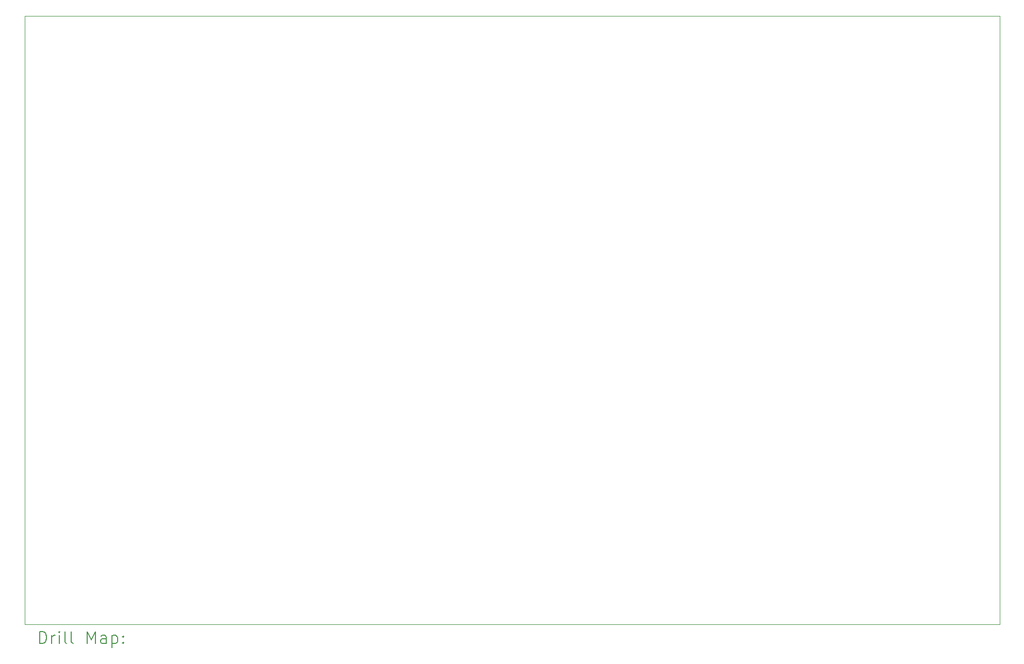
<source format=gbr>
%TF.GenerationSoftware,KiCad,Pcbnew,7.0.1*%
%TF.CreationDate,2023-08-20T11:19:07+01:00*%
%TF.ProjectId,J11HackPlus_V2,4a313148-6163-46b5-906c-75735f56322e,rev?*%
%TF.SameCoordinates,Original*%
%TF.FileFunction,Drillmap*%
%TF.FilePolarity,Positive*%
%FSLAX45Y45*%
G04 Gerber Fmt 4.5, Leading zero omitted, Abs format (unit mm)*
G04 Created by KiCad (PCBNEW 7.0.1) date 2023-08-20 11:19:07*
%MOMM*%
%LPD*%
G01*
G04 APERTURE LIST*
%ADD10C,0.100000*%
%ADD11C,0.200000*%
G04 APERTURE END LIST*
D10*
X5000000Y-5000000D02*
X21000000Y-5000000D01*
X21000000Y-15000000D01*
X5000000Y-15000000D01*
X5000000Y-5000000D01*
D11*
X5242619Y-15317524D02*
X5242619Y-15117524D01*
X5242619Y-15117524D02*
X5290238Y-15117524D01*
X5290238Y-15117524D02*
X5318810Y-15127048D01*
X5318810Y-15127048D02*
X5337857Y-15146095D01*
X5337857Y-15146095D02*
X5347381Y-15165143D01*
X5347381Y-15165143D02*
X5356905Y-15203238D01*
X5356905Y-15203238D02*
X5356905Y-15231809D01*
X5356905Y-15231809D02*
X5347381Y-15269905D01*
X5347381Y-15269905D02*
X5337857Y-15288952D01*
X5337857Y-15288952D02*
X5318810Y-15308000D01*
X5318810Y-15308000D02*
X5290238Y-15317524D01*
X5290238Y-15317524D02*
X5242619Y-15317524D01*
X5442619Y-15317524D02*
X5442619Y-15184190D01*
X5442619Y-15222286D02*
X5452143Y-15203238D01*
X5452143Y-15203238D02*
X5461667Y-15193714D01*
X5461667Y-15193714D02*
X5480714Y-15184190D01*
X5480714Y-15184190D02*
X5499762Y-15184190D01*
X5566429Y-15317524D02*
X5566429Y-15184190D01*
X5566429Y-15117524D02*
X5556905Y-15127048D01*
X5556905Y-15127048D02*
X5566429Y-15136571D01*
X5566429Y-15136571D02*
X5575952Y-15127048D01*
X5575952Y-15127048D02*
X5566429Y-15117524D01*
X5566429Y-15117524D02*
X5566429Y-15136571D01*
X5690238Y-15317524D02*
X5671190Y-15308000D01*
X5671190Y-15308000D02*
X5661667Y-15288952D01*
X5661667Y-15288952D02*
X5661667Y-15117524D01*
X5795000Y-15317524D02*
X5775952Y-15308000D01*
X5775952Y-15308000D02*
X5766428Y-15288952D01*
X5766428Y-15288952D02*
X5766428Y-15117524D01*
X6023571Y-15317524D02*
X6023571Y-15117524D01*
X6023571Y-15117524D02*
X6090238Y-15260381D01*
X6090238Y-15260381D02*
X6156905Y-15117524D01*
X6156905Y-15117524D02*
X6156905Y-15317524D01*
X6337857Y-15317524D02*
X6337857Y-15212762D01*
X6337857Y-15212762D02*
X6328333Y-15193714D01*
X6328333Y-15193714D02*
X6309286Y-15184190D01*
X6309286Y-15184190D02*
X6271190Y-15184190D01*
X6271190Y-15184190D02*
X6252143Y-15193714D01*
X6337857Y-15308000D02*
X6318809Y-15317524D01*
X6318809Y-15317524D02*
X6271190Y-15317524D01*
X6271190Y-15317524D02*
X6252143Y-15308000D01*
X6252143Y-15308000D02*
X6242619Y-15288952D01*
X6242619Y-15288952D02*
X6242619Y-15269905D01*
X6242619Y-15269905D02*
X6252143Y-15250857D01*
X6252143Y-15250857D02*
X6271190Y-15241333D01*
X6271190Y-15241333D02*
X6318809Y-15241333D01*
X6318809Y-15241333D02*
X6337857Y-15231809D01*
X6433095Y-15184190D02*
X6433095Y-15384190D01*
X6433095Y-15193714D02*
X6452143Y-15184190D01*
X6452143Y-15184190D02*
X6490238Y-15184190D01*
X6490238Y-15184190D02*
X6509286Y-15193714D01*
X6509286Y-15193714D02*
X6518809Y-15203238D01*
X6518809Y-15203238D02*
X6528333Y-15222286D01*
X6528333Y-15222286D02*
X6528333Y-15279428D01*
X6528333Y-15279428D02*
X6518809Y-15298476D01*
X6518809Y-15298476D02*
X6509286Y-15308000D01*
X6509286Y-15308000D02*
X6490238Y-15317524D01*
X6490238Y-15317524D02*
X6452143Y-15317524D01*
X6452143Y-15317524D02*
X6433095Y-15308000D01*
X6614048Y-15298476D02*
X6623571Y-15308000D01*
X6623571Y-15308000D02*
X6614048Y-15317524D01*
X6614048Y-15317524D02*
X6604524Y-15308000D01*
X6604524Y-15308000D02*
X6614048Y-15298476D01*
X6614048Y-15298476D02*
X6614048Y-15317524D01*
X6614048Y-15193714D02*
X6623571Y-15203238D01*
X6623571Y-15203238D02*
X6614048Y-15212762D01*
X6614048Y-15212762D02*
X6604524Y-15203238D01*
X6604524Y-15203238D02*
X6614048Y-15193714D01*
X6614048Y-15193714D02*
X6614048Y-15212762D01*
M02*

</source>
